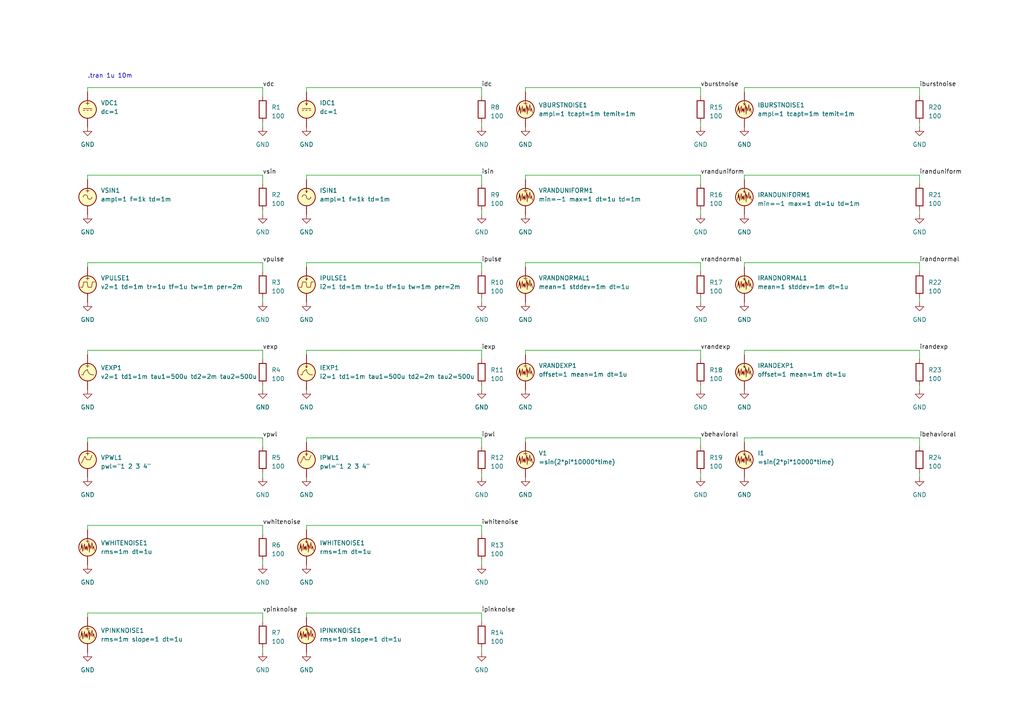
<source format=kicad_sch>
(kicad_sch (version 20220622) (generator eeschema)
  (paper "A4")
  (lib_symbols
    (symbol "Device:R" (pin_numbers hide) (pin_names (offset 0))
      (property "Reference" "R" (at 2.032 0 90))
      (property "Value" "R" (at 0 0 90))
      (symbol "R_0_1"
        (rectangle (start -1.016 -2.54) (end 1.016 2.54) (stroke (width 0.254)))
      )
      (symbol "R_1_1"
        (pin passive line (at 0 3.81 270) (length 1.27) (name "~") (number "1"))
        (pin passive line (at 0 -3.81 90) (length 1.27) (name "~") (number "2"))
      )
    )
    (symbol "Simulation_SPICE:IDC" (pin_numbers hide) (pin_names (offset 0.0254))
      (property "Reference" "I" (at 2.54 2.54 0))
      (property "Value" "IDC" (at 2.54 0 0))
      (property "Spice_Model" "dc(1)" (at 2.54 -2.54 0))
      (symbol "IDC_0_0"
        (polyline (pts (xy -1.27 0.254) (xy 1.27 0.254)))
        (polyline (pts (xy -0.762 -0.254) (xy -1.27 -0.254)))
        (polyline (pts (xy 0.254 -0.254) (xy -0.254 -0.254)))
        (polyline (pts (xy 1.27 -0.254) (xy 0.762 -0.254)))
      )
      (symbol "IDC_0_1"
        (polyline (pts (xy 0 1.27) (xy 0 2.286)))
        (polyline (pts (xy -0.254 1.778) (xy 0 1.27) (xy 0.254 1.778)))
        (circle (center 0 0) (radius 2.54) (stroke (width 0.254)) (fill (type background)))
      )
      (symbol "IDC_1_1"
        (pin passive line (at 0 5.08 270) (length 2.54) (name "~") (number "1"))
        (pin passive line (at 0 -5.08 90) (length 2.54) (name "~") (number "2"))
      )
    )
    (symbol "Simulation_SPICE:IEXP" (pin_numbers hide) (pin_names (offset 0.0254))
      (property "Reference" "I" (at 2.54 2.54 0))
      (property "Value" "IEXP" (at 2.54 0 0))
      (property "Spice_Model" "exp(0 1 2n 30n 60n 40n)" (at 2.54 -2.54 0))
      (symbol "IEXP_0_0"
        (polyline (pts (xy -1.27 -0.762) (xy -1.778 -0.762)))
        (polyline (pts (xy 1.27 -0.762) (xy 1.778 -0.762)))
        (arc (start 0 0.762) (mid -0.851 0.1794) (end -1.27 -0.762))
        (arc (start 0 0.762) (mid 0.3591 -0.2299) (end 1.27 -0.762))
      )
      (symbol "IEXP_0_1"
        (polyline (pts (xy 0 1.27) (xy 0 2.286)))
        (polyline (pts (xy -0.254 1.778) (xy 0 1.27) (xy 0.254 1.778)))
        (circle (center 0 0) (radius 2.54) (stroke (width 0.254)) (fill (type background)))
      )
      (symbol "IEXP_1_1"
        (pin passive line (at 0 5.08 270) (length 2.54) (name "~") (number "1"))
        (pin passive line (at 0 -5.08 90) (length 2.54) (name "~") (number "2"))
      )
    )
    (symbol "Simulation_SPICE:IPULSE" (pin_numbers hide) (pin_names (offset 0.0254))
      (property "Reference" "I" (at 2.54 2.54 0))
      (property "Value" "IPULSE" (at 2.54 0 0))
      (property "Spice_Model" "pulse(0 1 2n 2n 2n 50n 100n)" (at 2.54 -2.54 0))
      (symbol "IPULSE_0_0"
        (polyline (pts (xy -2.032 -0.762) (xy -1.397 -0.762) (xy -1.143 0.762) (xy -0.127 0.762) (xy 0.127 -0.762) (xy 1.143 -0.762) (xy 1.397 0.762) (xy 2.032 0.762)))
      )
      (symbol "IPULSE_0_1"
        (polyline (pts (xy 0 1.27) (xy 0 2.286)))
        (polyline (pts (xy -0.254 1.778) (xy 0 1.27) (xy 0.254 1.778)))
        (circle (center 0 0) (radius 2.54) (stroke (width 0.254)) (fill (type background)))
      )
      (symbol "IPULSE_1_1"
        (pin passive line (at 0 5.08 270) (length 2.54) (name "~") (number "1"))
        (pin passive line (at 0 -5.08 90) (length 2.54) (name "~") (number "2"))
      )
    )
    (symbol "Simulation_SPICE:IPWL" (pin_numbers hide) (pin_names (offset 0.0254))
      (property "Reference" "I" (at 2.54 2.54 0))
      (property "Value" "IPWL" (at 2.54 0 0))
      (property "Spice_Model" "pwl(0 -1 50n -1 51n 0 97n 1 171n -1 200n -1)" (at 2.54 -2.54 0))
      (symbol "IPWL_0_0"
        (polyline (pts (xy -1.778 -1.016) (xy -0.762 1.016) (xy -0.254 0) (xy 0.762 0) (xy 1.27 1.27)))
      )
      (symbol "IPWL_0_1"
        (polyline (pts (xy 0 1.27) (xy 0 2.286)))
        (polyline (pts (xy -0.254 1.778) (xy 0 1.27) (xy 0.254 1.778)))
        (circle (center 0 0) (radius 2.54) (stroke (width 0.254)) (fill (type background)))
      )
      (symbol "IPWL_1_1"
        (pin passive line (at 0 5.08 270) (length 2.54) (name "~") (number "1"))
        (pin passive line (at 0 -5.08 90) (length 2.54) (name "~") (number "2"))
      )
    )
    (symbol "Simulation_SPICE:ISIN" (pin_numbers hide) (pin_names (offset 0.0254))
      (property "Reference" "I" (at 2.54 2.54 0))
      (property "Value" "ISIN" (at 2.54 0 0))
      (property "Spice_Model" "sin(0 1 1k)" (at 2.54 -2.54 0))
      (symbol "ISIN_0_0"
        (arc (start 0 0) (mid -0.635 0.635) (end -1.27 0))
        (arc (start 0 0) (mid 0.635 -0.635) (end 1.27 0))
      )
      (symbol "ISIN_0_1"
        (polyline (pts (xy 0 1.27) (xy 0 2.286)))
        (polyline (pts (xy -0.254 1.778) (xy 0 1.27) (xy 0.254 1.778)))
        (circle (center 0 0) (radius 2.54) (stroke (width 0.254)) (fill (type background)))
      )
      (symbol "ISIN_1_1"
        (pin passive line (at 0 5.08 270) (length 2.54) (name "~") (number "1"))
        (pin passive line (at 0 -5.08 90) (length 2.54) (name "~") (number "2"))
      )
    )
    (symbol "Simulation_SPICE:ITRNOISE" (pin_numbers hide) (pin_names (offset 0.0254))
      (property "Reference" "I" (at 2.54 2.54 0))
      (property "Value" "ITRNOISE" (at 2.54 0 0))
      (property "Spice_Model" "trnoise(20n 0.5n 0 0)" (at 2.54 -2.54 0))
      (symbol "ITRNOISE_0_1"
        (polyline (pts (xy 0 1.27) (xy 0 2.286)))
        (polyline (pts (xy -0.254 1.778) (xy 0 1.27) (xy 0.254 1.778)))
        (polyline (pts (xy -2.032 -0.762) (xy -1.651 1.143) (xy -1.651 -0.254) (xy -1.524 0.508) (xy -1.397 -1.143) (xy -0.889 1.016) (xy -0.762 -0.762) (xy -0.508 0.254) (xy -0.381 -0.508) (xy -0.254 0.381) (xy -0.127 -0.889) (xy 0.381 1.397) (xy 0.508 -1.397) (xy 0.635 0.762) (xy 1.016 -0.381) (xy 1.27 1.397) (xy 1.524 -0.508) (xy 1.778 0.381) (xy 2.032 -0.889)))
        (circle (center 0 0) (radius 2.54) (stroke (width 0.254)) (fill (type background)))
      )
      (symbol "ITRNOISE_1_1"
        (pin passive line (at 0 5.08 270) (length 2.54) (name "~") (number "1"))
        (pin passive line (at 0 -5.08 90) (length 2.54) (name "~") (number "2"))
      )
    )
    (symbol "Simulation_SPICE:ITRRANDOM" (pin_numbers hide) (pin_names (offset 0.0254))
      (property "Reference" "I" (at 2.54 2.54 0))
      (property "Value" "ITRRANDOM" (at 2.54 0 0))
      (property "Spice_Model" "trrandom(2 10m 0 1)" (at 2.54 -2.54 0))
      (symbol "ITRRANDOM_0_1"
        (polyline (pts (xy 0 1.27) (xy 0 2.286)))
        (polyline (pts (xy -0.254 1.778) (xy 0 1.27) (xy 0.254 1.778)))
        (polyline (pts (xy -2.032 -0.762) (xy -1.651 1.143) (xy -1.651 -0.254) (xy -1.524 0.508) (xy -1.397 -1.143) (xy -0.889 1.016) (xy -0.762 -0.762) (xy -0.508 0.254) (xy -0.381 -0.508) (xy -0.254 0.381) (xy -0.127 -0.889) (xy 0.381 1.397) (xy 0.508 -1.397) (xy 0.635 0.762) (xy 1.016 -0.381) (xy 1.27 1.397) (xy 1.524 -0.508) (xy 1.778 0.381) (xy 2.032 -0.889)))
        (circle (center 0 0) (radius 2.54) (stroke (width 0.254)) (fill (type background)))
      )
      (symbol "ITRRANDOM_1_1"
        (pin passive line (at 0 5.08 270) (length 2.54) (name "~") (number "1"))
        (pin passive line (at 0 -5.08 90) (length 2.54) (name "~") (number "2"))
      )
    )
    (symbol "Simulation_SPICE:VDC" (pin_numbers hide) (pin_names (offset 0.0254))
      (property "Reference" "V" (at 2.54 2.54 0))
      (property "Value" "VDC" (at 2.54 0 0))
      (property "Spice_Model" "dc(1)" (at 2.54 -2.54 0))
      (symbol "VDC_0_0"
        (polyline (pts (xy -1.27 0.254) (xy 1.27 0.254)))
        (polyline (pts (xy -0.762 -0.254) (xy -1.27 -0.254)))
        (polyline (pts (xy 0.254 -0.254) (xy -0.254 -0.254)))
        (polyline (pts (xy 1.27 -0.254) (xy 0.762 -0.254)))
        (text "+" (at 0 1.905 0) (effects (font (size 1.27 1.27))))
      )
      (symbol "VDC_0_1"
        (circle (center 0 0) (radius 2.54) (stroke (width 0.254)) (fill (type background)))
      )
      (symbol "VDC_1_1"
        (pin passive line (at 0 5.08 270) (length 2.54) (name "~") (number "1"))
        (pin passive line (at 0 -5.08 90) (length 2.54) (name "~") (number "2"))
      )
    )
    (symbol "Simulation_SPICE:VEXP" (pin_numbers hide) (pin_names (offset 0.0254))
      (property "Reference" "V" (at 2.54 2.54 0))
      (property "Value" "VEXP" (at 2.54 0 0))
      (property "Spice_Model" "exp(0 1 2n 30n 60n 40n)" (at 2.54 -2.54 0))
      (symbol "VEXP_0_0"
        (polyline (pts (xy -1.27 -0.762) (xy -1.778 -0.762)))
        (polyline (pts (xy 1.27 -0.762) (xy 1.778 -0.762)))
        (arc (start 0 0.762) (mid -0.851 0.1794) (end -1.27 -0.762))
        (arc (start 0 0.762) (mid 0.3591 -0.2299) (end 1.27 -0.762))
        (text "+" (at 0 1.905 0) (effects (font (size 1.27 1.27))))
      )
      (symbol "VEXP_0_1"
        (circle (center 0 0) (radius 2.54) (stroke (width 0.254)) (fill (type background)))
      )
      (symbol "VEXP_1_1"
        (pin passive line (at 0 5.08 270) (length 2.54) (name "~") (number "1"))
        (pin passive line (at 0 -5.08 90) (length 2.54) (name "~") (number "2"))
      )
    )
    (symbol "Simulation_SPICE:VPULSE" (pin_numbers hide) (pin_names (offset 0.0254))
      (property "Reference" "V" (at 2.54 2.54 0))
      (property "Value" "VPULSE" (at 2.54 0 0))
      (property "Spice_Model" "pulse(0 1 2n 2n 2n 50n 100n)" (at 2.54 -2.54 0))
      (symbol "VPULSE_0_0"
        (polyline (pts (xy -2.032 -0.762) (xy -1.397 -0.762) (xy -1.143 0.762) (xy -0.127 0.762) (xy 0.127 -0.762) (xy 1.143 -0.762) (xy 1.397 0.762) (xy 2.032 0.762)))
        (text "+" (at 0 1.905 0) (effects (font (size 1.27 1.27))))
      )
      (symbol "VPULSE_0_1"
        (circle (center 0 0) (radius 2.54) (stroke (width 0.254)) (fill (type background)))
      )
      (symbol "VPULSE_1_1"
        (pin passive line (at 0 5.08 270) (length 2.54) (name "~") (number "1"))
        (pin passive line (at 0 -5.08 90) (length 2.54) (name "~") (number "2"))
      )
    )
    (symbol "Simulation_SPICE:VPWL" (pin_numbers hide) (pin_names (offset 0.0254))
      (property "Reference" "V" (at 2.54 2.54 0))
      (property "Value" "VPWL" (at 2.54 0 0))
      (property "Spice_Model" "pwl(0 -1 50n -1 51n 0 97n 1 171n -1 200n -1)" (at 2.54 -2.54 0))
      (symbol "VPWL_0_0"
        (polyline (pts (xy -1.778 -1.016) (xy -0.762 1.016) (xy -0.254 0) (xy 0.762 0) (xy 1.27 1.27)))
        (text "+" (at 0 1.905 0) (effects (font (size 1.27 1.27))))
      )
      (symbol "VPWL_0_1"
        (circle (center 0 0) (radius 2.54) (stroke (width 0.254)) (fill (type background)))
      )
      (symbol "VPWL_1_1"
        (pin passive line (at 0 5.08 270) (length 2.54) (name "~") (number "1"))
        (pin passive line (at 0 -5.08 90) (length 2.54) (name "~") (number "2"))
      )
    )
    (symbol "Simulation_SPICE:VSIN" (pin_numbers hide) (pin_names (offset 0.0254))
      (property "Reference" "V" (at 2.54 2.54 0))
      (property "Value" "VSIN" (at 2.54 0 0))
      (property "Spice_Model" "sin(0 1 1k)" (at 2.54 -2.54 0))
      (symbol "VSIN_0_0"
        (arc (start 0 0) (mid -0.635 0.635) (end -1.27 0))
        (arc (start 0 0) (mid 0.635 -0.635) (end 1.27 0))
        (text "+" (at 0 1.905 0) (effects (font (size 1.27 1.27))))
      )
      (symbol "VSIN_0_1"
        (circle (center 0 0) (radius 2.54) (stroke (width 0.254)) (fill (type background)))
      )
      (symbol "VSIN_1_1"
        (pin passive line (at 0 5.08 270) (length 2.54) (name "~") (number "1"))
        (pin passive line (at 0 -5.08 90) (length 2.54) (name "~") (number "2"))
      )
    )
    (symbol "Simulation_SPICE:VTRNOISE" (pin_numbers hide) (pin_names (offset 0.0254))
      (property "Reference" "V" (at 2.54 2.54 0))
      (property "Value" "VTRNOISE" (at 2.54 0 0))
      (property "Spice_Model" "trnoise(20n 0.5n 0 0)" (at 2.54 -2.54 0))
      (symbol "VTRNOISE_0_0"
        (text "+" (at 0 1.905 0) (effects (font (size 1.27 1.27))))
      )
      (symbol "VTRNOISE_0_1"
        (polyline (pts (xy -2.032 -0.762) (xy -1.651 1.143) (xy -1.651 -0.254) (xy -1.524 0.508) (xy -1.397 -1.143) (xy -0.889 1.016) (xy -0.762 -0.762) (xy -0.508 0.254) (xy -0.381 -0.508) (xy -0.254 0.381) (xy -0.127 -0.889) (xy 0.381 1.397) (xy 0.508 -1.397) (xy 0.635 0.762) (xy 1.016 -0.381) (xy 1.27 1.397) (xy 1.524 -0.508) (xy 1.778 0.381) (xy 2.032 -0.889)))
        (circle (center 0 0) (radius 2.54) (stroke (width 0.254)) (fill (type background)))
      )
      (symbol "VTRNOISE_1_1"
        (pin passive line (at 0 5.08 270) (length 2.54) (name "~") (number "1"))
        (pin passive line (at 0 -5.08 90) (length 2.54) (name "~") (number "2"))
      )
    )
    (symbol "Simulation_SPICE:VTRRANDOM" (pin_numbers hide) (pin_names (offset 0.0254))
      (property "Reference" "V" (at 2.54 2.54 0))
      (property "Value" "VTRRANDOM" (at 2.54 0 0))
      (property "Spice_Model" "trrandom(2 10m 0 1)" (at 2.54 -2.54 0))
      (symbol "VTRRANDOM_0_0"
        (text "+" (at 0 1.905 0) (effects (font (size 1.27 1.27))))
      )
      (symbol "VTRRANDOM_0_1"
        (polyline (pts (xy -2.032 -0.762) (xy -1.651 1.143) (xy -1.651 -0.254) (xy -1.524 0.508) (xy -1.397 -1.143) (xy -0.889 1.016) (xy -0.762 -0.762) (xy -0.508 0.254) (xy -0.381 -0.508) (xy -0.254 0.381) (xy -0.127 -0.889) (xy 0.381 1.397) (xy 0.508 -1.397) (xy 0.635 0.762) (xy 1.016 -0.381) (xy 1.27 1.397) (xy 1.524 -0.508) (xy 1.778 0.381) (xy 2.032 -0.889)))
        (circle (center 0 0) (radius 2.54) (stroke (width 0.254)) (fill (type background)))
      )
      (symbol "VTRRANDOM_1_1"
        (pin passive line (at 0 5.08 270) (length 2.54) (name "~") (number "1"))
        (pin passive line (at 0 -5.08 90) (length 2.54) (name "~") (number "2"))
      )
    )
    (symbol "power:GND" (power) (pin_names (offset 0))
      (property "Value" "GND" (at 0 -3.81 0))
      (symbol "GND_0_1"
        (polyline (pts (xy 0 0) (xy 0 -1.27) (xy 1.27 -1.27) (xy 0 -2.54) (xy -1.27 -1.27) (xy 0 -1.27)))
      )
      (symbol "GND_1_1"
        (pin power_in line (at 0 0 270) (length 0) hide (name "GND") (number "1"))
      )
    )
  )
  (wire (pts (xy 215.9 25.4) (xy 266.7 25.4)))
  (wire (pts (xy 76.2 127) (xy 76.2 129.54)))
  (wire (pts (xy 266.7 60.96) (xy 266.7 62.23)))
  (wire (pts (xy 266.7 50.8) (xy 266.7 53.34)))
  (wire (pts (xy 203.2 25.4) (xy 203.2 27.94)))
  (wire (pts (xy 203.2 86.36) (xy 203.2 87.63)))
  (wire (pts (xy 139.7 60.96) (xy 139.7 62.23)))
  (wire (pts (xy 76.2 111.76) (xy 76.2 113.03)))
  (wire (pts (xy 88.9 25.4) (xy 88.9 26.67)))
  (wire (pts (xy 203.2 137.16) (xy 203.2 138.43)))
  (wire (pts (xy 76.2 76.2) (xy 76.2 78.74)))
  (wire (pts (xy 139.7 162.56) (xy 139.7 163.83)))
  (wire (pts (xy 139.7 101.6) (xy 139.7 104.14)))
  (wire (pts (xy 76.2 86.36) (xy 76.2 87.63)))
  (wire (pts (xy 215.9 76.2) (xy 266.7 76.2)))
  (wire (pts (xy 88.9 50.8) (xy 139.7 50.8)))
  (wire (pts (xy 25.4 152.4) (xy 76.2 152.4)))
  (wire (pts (xy 76.2 162.56) (xy 76.2 163.83)))
  (wire (pts (xy 215.9 25.4) (xy 215.9 26.67)))
  (wire (pts (xy 76.2 101.6) (xy 76.2 104.14)))
  (wire (pts (xy 25.4 101.6) (xy 25.4 102.87)))
  (wire (pts (xy 76.2 177.8) (xy 76.2 180.34)))
  (wire (pts (xy 215.9 101.6) (xy 266.7 101.6)))
  (wire (pts (xy 139.7 25.4) (xy 139.7 27.94)))
  (wire (pts (xy 88.9 177.8) (xy 88.9 179.07)))
  (wire (pts (xy 139.7 35.56) (xy 139.7 36.83)))
  (wire (pts (xy 25.4 177.8) (xy 76.2 177.8)))
  (wire (pts (xy 76.2 50.8) (xy 76.2 53.34)))
  (wire (pts (xy 76.2 137.16) (xy 76.2 138.43)))
  (wire (pts (xy 88.9 152.4) (xy 88.9 153.67)))
  (wire (pts (xy 152.4 25.4) (xy 203.2 25.4)))
  (wire (pts (xy 152.4 25.4) (xy 152.4 26.67)))
  (wire (pts (xy 152.4 76.2) (xy 203.2 76.2)))
  (wire (pts (xy 215.9 101.6) (xy 215.9 102.87)))
  (wire (pts (xy 25.4 76.2) (xy 76.2 76.2)))
  (wire (pts (xy 203.2 50.8) (xy 203.2 53.34)))
  (wire (pts (xy 25.4 25.4) (xy 25.4 26.67)))
  (wire (pts (xy 88.9 76.2) (xy 88.9 77.47)))
  (wire (pts (xy 266.7 111.76) (xy 266.7 113.03)))
  (wire (pts (xy 152.4 101.6) (xy 203.2 101.6)))
  (wire (pts (xy 139.7 111.76) (xy 139.7 113.03)))
  (wire (pts (xy 203.2 111.76) (xy 203.2 113.03)))
  (wire (pts (xy 215.9 127) (xy 266.7 127)))
  (wire (pts (xy 88.9 50.8) (xy 88.9 52.07)))
  (wire (pts (xy 76.2 152.4) (xy 76.2 154.94)))
  (wire (pts (xy 266.7 86.36) (xy 266.7 87.63)))
  (wire (pts (xy 203.2 35.56) (xy 203.2 36.83)))
  (wire (pts (xy 152.4 101.6) (xy 152.4 102.87)))
  (wire (pts (xy 139.7 127) (xy 139.7 129.54)))
  (wire (pts (xy 139.7 177.8) (xy 139.7 180.34)))
  (wire (pts (xy 139.7 137.16) (xy 139.7 138.43)))
  (wire (pts (xy 152.4 127) (xy 203.2 127)))
  (wire (pts (xy 88.9 177.8) (xy 139.7 177.8)))
  (wire (pts (xy 25.4 127) (xy 25.4 128.27)))
  (wire (pts (xy 139.7 187.96) (xy 139.7 189.23)))
  (wire (pts (xy 266.7 35.56) (xy 266.7 36.83)))
  (wire (pts (xy 266.7 127) (xy 266.7 129.54)))
  (wire (pts (xy 152.4 50.8) (xy 203.2 50.8)))
  (wire (pts (xy 139.7 86.36) (xy 139.7 87.63)))
  (wire (pts (xy 76.2 25.4) (xy 76.2 27.94)))
  (wire (pts (xy 215.9 50.8) (xy 215.9 52.07)))
  (wire (pts (xy 203.2 76.2) (xy 203.2 78.74)))
  (wire (pts (xy 152.4 50.8) (xy 152.4 52.07)))
  (wire (pts (xy 88.9 25.4) (xy 139.7 25.4)))
  (wire (pts (xy 215.9 76.2) (xy 215.9 77.47)))
  (wire (pts (xy 88.9 127) (xy 139.7 127)))
  (wire (pts (xy 25.4 177.8) (xy 25.4 179.07)))
  (wire (pts (xy 139.7 50.8) (xy 139.7 53.34)))
  (wire (pts (xy 88.9 101.6) (xy 139.7 101.6)))
  (wire (pts (xy 266.7 137.16) (xy 266.7 138.43)))
  (wire (pts (xy 152.4 127) (xy 152.4 128.27)))
  (wire (pts (xy 25.4 101.6) (xy 76.2 101.6)))
  (wire (pts (xy 25.4 50.8) (xy 25.4 52.07)))
  (wire (pts (xy 76.2 60.96) (xy 76.2 62.23)))
  (wire (pts (xy 139.7 152.4) (xy 139.7 154.94)))
  (wire (pts (xy 152.4 76.2) (xy 152.4 77.47)))
  (wire (pts (xy 215.9 50.8) (xy 266.7 50.8)))
  (wire (pts (xy 266.7 25.4) (xy 266.7 27.94)))
  (wire (pts (xy 88.9 152.4) (xy 139.7 152.4)))
  (wire (pts (xy 76.2 187.96) (xy 76.2 189.23)))
  (wire (pts (xy 76.2 35.56) (xy 76.2 36.83)))
  (wire (pts (xy 25.4 25.4) (xy 76.2 25.4)))
  (wire (pts (xy 203.2 60.96) (xy 203.2 62.23)))
  (wire (pts (xy 88.9 101.6) (xy 88.9 102.87)))
  (wire (pts (xy 25.4 127) (xy 76.2 127)))
  (wire (pts (xy 203.2 127) (xy 203.2 129.54)))
  (wire (pts (xy 266.7 101.6) (xy 266.7 104.14)))
  (wire (pts (xy 266.7 76.2) (xy 266.7 78.74)))
  (wire (pts (xy 25.4 76.2) (xy 25.4 77.47)))
  (wire (pts (xy 88.9 76.2) (xy 139.7 76.2)))
  (wire (pts (xy 25.4 152.4) (xy 25.4 153.67)))
  (wire (pts (xy 203.2 101.6) (xy 203.2 104.14)))
  (wire (pts (xy 139.7 76.2) (xy 139.7 78.74)))
  (wire (pts (xy 88.9 127) (xy 88.9 128.27)))
  (wire (pts (xy 25.4 50.8) (xy 76.2 50.8)))
  (wire (pts (xy 215.9 127) (xy 215.9 128.27)))
  (text ".tran 1u 10m" (at 25.4 22.86 0) (effects (font (size 1.27 1.27)) (justify left bottom)))
  (label "vranduniform" (at 203.2 50.8 0))
  (label "irandnormal" (at 266.7 76.2 0))
  (label "irandexp" (at 266.7 101.6 0))
  (label "iranduniform" (at 266.7 50.8 0))
  (label "vpinknoise" (at 76.2 177.8 0))
  (label "vbehavioral" (at 203.2 127 0))
  (label "vpulse" (at 76.2 76.2 0))
  (label "iburstnoise" (at 266.7 25.4 0))
  (label "vpwl" (at 76.2 127 0))
  (label "vwhitenoise" (at 76.2 152.4 0))
  (label "ibehavioral" (at 266.7 127 0))
  (label "ipwl" (at 139.7 127 0))
  (label "idc" (at 139.7 25.4 0))
  (label "vsin" (at 76.2 50.8 0))
  (label "vdc" (at 76.2 25.4 0))
  (label "isin" (at 139.7 50.8 0))
  (label "vburstnoise" (at 203.2 25.4 0))
  (label "iwhitenoise" (at 139.7 152.4 0))
  (label "vrandexp" (at 203.2 101.6 0))
  (label "vexp" (at 76.2 101.6 0))
  (label "ipulse" (at 139.7 76.2 0))
  (label "ipinknoise" (at 139.7 177.8 0))
  (label "iexp" (at 139.7 101.6 0))
  (label "vrandnormal" (at 203.2 76.2 0))
  (symbol (lib_id "Device:R") (at 76.2 184.15 0) (unit 1)
    (default_instance (reference "R") (unit 1) (value "R") (footprint ""))
    (property "Reference" "R7" (at 78.74 183.515 0) (effects (justify left)))
    (property "Value" "100" (at 78.74 186.055 0) (effects (justify left)))
  )
  (symbol (lib_id "power:GND") (at 76.2 189.23 0) (unit 1)
    (default_instance (reference "#PWR") (unit 1) (value "GND") (footprint ""))
    (property "Reference" "#PWR014" (effects hide))
    (property "Value" "GND" (at 76.2 194.31 0))
  )
  (symbol (lib_id "Simulation_SPICE:VTRNOISE") (at 25.4 158.75 0) (unit 1)
    (default_instance (reference "V") (unit 1) (value "VTRNOISE") (footprint ""))
    (property "Reference" "VWHITENOISE1" (at 29.21 157.48 0) (effects (justify left)))
    (property "Value" "rms=1m dt=1u" (at 29.21 160.02 0) (effects (justify left)))
  )
  (symbol (lib_id "power:GND") (at 76.2 36.83 0) (unit 1)
    (default_instance (reference "#PWR") (unit 1) (value "GND") (footprint ""))
    (property "Reference" "#PWR08" (effects hide))
    (property "Value" "GND" (at 76.2 41.91 0))
  )
  (symbol (lib_id "Simulation_SPICE:VSIN") (at 25.4 57.15 0) (unit 1)
    (default_instance (reference "V") (unit 1) (value "VSIN") (footprint ""))
    (property "Reference" "VSIN1" (at 29.21 55.245 0) (effects (justify left)))
    (property "Value" "ampl=1 f=1k td=1m" (at 29.21 57.785 0) (effects (justify left)))
  )
  (symbol (lib_id "Device:R") (at 76.2 57.15 0) (unit 1)
    (default_instance (reference "R") (unit 1) (value "R") (footprint ""))
    (property "Reference" "R2" (at 78.74 56.515 0) (effects (justify left)))
    (property "Value" "100" (at 78.74 59.055 0) (effects (justify left)))
  )
  (symbol (lib_id "Device:R") (at 266.7 82.55 0) (unit 1)
    (default_instance (reference "R") (unit 1) (value "R") (footprint ""))
    (property "Reference" "R22" (at 269.24 81.915 0) (effects (justify left)))
    (property "Value" "100" (at 269.24 84.455 0) (effects (justify left)))
  )
  (symbol (lib_id "power:GND") (at 139.7 113.03 0) (unit 1)
    (default_instance (reference "#PWR") (unit 1) (value "GND") (footprint ""))
    (property "Reference" "#PWR025" (effects hide))
    (property "Value" "GND" (at 139.7 118.11 0))
  )
  (symbol (lib_id "Device:R") (at 139.7 57.15 0) (unit 1)
    (default_instance (reference "R") (unit 1) (value "R") (footprint ""))
    (property "Reference" "R9" (at 142.24 56.515 0) (effects (justify left)))
    (property "Value" "100" (at 142.24 59.055 0) (effects (justify left)))
  )
  (symbol (lib_id "power:GND") (at 139.7 62.23 0) (unit 1)
    (default_instance (reference "#PWR") (unit 1) (value "GND") (footprint ""))
    (property "Reference" "#PWR023" (effects hide))
    (property "Value" "GND" (at 139.7 67.31 0))
  )
  (symbol (lib_id "Device:R") (at 76.2 107.95 0) (unit 1)
    (default_instance (reference "R") (unit 1) (value "R") (footprint ""))
    (property "Reference" "R4" (at 78.74 107.315 0) (effects (justify left)))
    (property "Value" "100" (at 78.74 109.855 0) (effects (justify left)))
  )
  (symbol (lib_id "power:GND") (at 266.7 113.03 0) (unit 1)
    (default_instance (reference "#PWR") (unit 1) (value "GND") (footprint ""))
    (property "Reference" "#PWR047" (effects hide))
    (property "Value" "GND" (at 266.7 118.11 0))
  )
  (symbol (lib_id "power:GND") (at 25.4 163.83 0) (unit 1)
    (default_instance (reference "#PWR") (unit 1) (value "GND") (footprint ""))
    (property "Reference" "#PWR06" (effects hide))
    (property "Value" "GND" (at 25.4 168.91 0))
  )
  (symbol (lib_id "power:GND") (at 215.9 87.63 0) (unit 1)
    (default_instance (reference "#PWR") (unit 1) (value "GND") (footprint ""))
    (property "Reference" "#PWR041" (effects hide))
    (property "Value" "GND" (at 215.9 92.71 0))
  )
  (symbol (lib_id "Device:R") (at 139.7 184.15 0) (unit 1)
    (default_instance (reference "R") (unit 1) (value "R") (footprint ""))
    (property "Reference" "R14" (at 142.24 183.515 0) (effects (justify left)))
    (property "Value" "100" (at 142.24 186.055 0) (effects (justify left)))
  )
  (symbol (lib_id "Device:R") (at 139.7 82.55 0) (unit 1)
    (default_instance (reference "R") (unit 1) (value "R") (footprint ""))
    (property "Reference" "R10" (at 142.24 81.915 0) (effects (justify left)))
    (property "Value" "100" (at 142.24 84.455 0) (effects (justify left)))
  )
  (symbol (lib_id "power:GND") (at 76.2 62.23 0) (unit 1)
    (default_instance (reference "#PWR") (unit 1) (value "GND") (footprint ""))
    (property "Reference" "#PWR09" (effects hide))
    (property "Value" "GND" (at 76.2 67.31 0))
  )
  (symbol (lib_id "Simulation_SPICE:ITRNOISE") (at 88.9 184.15 0) (unit 1)
    (default_instance (reference "I") (unit 1) (value "ITRNOISE") (footprint ""))
    (property "Reference" "IPINKNOISE1" (at 92.71 182.88 0) (effects (justify left)))
    (property "Value" "rms=1m slope=1 dt=1u" (at 92.71 185.42 0) (effects (justify left)))
  )
  (symbol (lib_id "Device:R") (at 203.2 82.55 0) (unit 1)
    (default_instance (reference "R") (unit 1) (value "R") (footprint ""))
    (property "Reference" "R17" (at 205.74 81.915 0) (effects (justify left)))
    (property "Value" "100" (at 205.74 84.455 0) (effects (justify left)))
  )
  (symbol (lib_id "Simulation_SPICE:ITRNOISE") (at 215.9 31.75 0) (unit 1)
    (default_instance (reference "I") (unit 1) (value "ITRNOISE") (footprint ""))
    (property "Reference" "IBURSTNOISE1" (at 219.71 30.48 0) (effects (justify left)))
    (property "Value" "ampl=1 tcapt=1m temit=1m" (at 219.71 33.02 0) (effects (justify left)))
  )
  (symbol (lib_id "power:GND") (at 152.4 138.43 0) (unit 1)
    (default_instance (reference "#PWR") (unit 1) (value "GND") (footprint ""))
    (property "Reference" "#PWR033" (effects hide))
    (property "Value" "GND" (at 152.4 143.51 0))
  )
  (symbol (lib_id "Simulation_SPICE:ISIN") (at 88.9 57.15 0) (unit 1)
    (default_instance (reference "I") (unit 1) (value "ISIN") (footprint ""))
    (property "Reference" "ISIN1" (at 92.71 55.245 0) (effects (justify left)))
    (property "Value" "ampl=1 f=1k td=1m" (at 92.71 57.785 0) (effects (justify left)))
  )
  (symbol (lib_id "Simulation_SPICE:VDC") (at 25.4 31.75 0) (unit 1)
    (default_instance (reference "V") (unit 1) (value "VDC") (footprint ""))
    (property "Reference" "VDC1" (at 29.21 29.845 0) (effects (justify left)))
    (property "Value" "dc=1" (at 29.21 32.385 0) (effects (justify left)))
  )
  (symbol (lib_id "power:GND") (at 139.7 87.63 0) (unit 1)
    (default_instance (reference "#PWR") (unit 1) (value "GND") (footprint ""))
    (property "Reference" "#PWR024" (effects hide))
    (property "Value" "GND" (at 139.7 92.71 0))
  )
  (symbol (lib_id "power:GND") (at 215.9 62.23 0) (unit 1)
    (default_instance (reference "#PWR") (unit 1) (value "GND") (footprint ""))
    (property "Reference" "#PWR040" (effects hide))
    (property "Value" "GND" (at 215.9 67.31 0))
  )
  (symbol (lib_id "Device:R") (at 266.7 107.95 0) (unit 1)
    (default_instance (reference "R") (unit 1) (value "R") (footprint ""))
    (property "Reference" "R23" (at 269.24 107.315 0) (effects (justify left)))
    (property "Value" "100" (at 269.24 109.855 0) (effects (justify left)))
  )
  (symbol (lib_id "power:GND") (at 266.7 36.83 0) (unit 1)
    (default_instance (reference "#PWR") (unit 1) (value "GND") (footprint ""))
    (property "Reference" "#PWR044" (effects hide))
    (property "Value" "GND" (at 266.7 41.91 0))
  )
  (symbol (lib_id "Simulation_SPICE:ITRRANDOM") (at 215.9 82.55 0) (unit 1)
    (default_instance (reference "I") (unit 1) (value "ITRRANDOM") (footprint ""))
    (property "Reference" "IRANDNORMAL1" (at 219.71 80.645 0) (effects (justify left)))
    (property "Value" "mean=1 stddev=1m dt=1u" (at 219.71 83.185 0) (effects (justify left)))
  )
  (symbol (lib_id "Simulation_SPICE:VTRNOISE") (at 152.4 31.75 0) (unit 1)
    (default_instance (reference "V") (unit 1) (value "VTRNOISE") (footprint ""))
    (property "Reference" "VBURSTNOISE1" (at 156.21 30.48 0) (effects (justify left)))
    (property "Value" "ampl=1 tcapt=1m temit=1m" (at 156.21 33.02 0) (effects (justify left)))
  )
  (symbol (lib_id "Simulation_SPICE:IPULSE") (at 88.9 82.55 0) (unit 1)
    (default_instance (reference "I") (unit 1) (value "IPULSE") (footprint ""))
    (property "Reference" "IPULSE1" (at 92.71 80.645 0) (effects (justify left)))
    (property "Value" "i2=1 td=1m tr=1u tf=1u tw=1m per=2m" (at 92.71 83.185 0) (effects (justify left)))
  )
  (symbol (lib_id "power:GND") (at 203.2 113.03 0) (unit 1)
    (default_instance (reference "#PWR") (unit 1) (value "GND") (footprint ""))
    (property "Reference" "#PWR037" (effects hide))
    (property "Value" "GND" (at 203.2 118.11 0))
  )
  (symbol (lib_id "Simulation_SPICE:ITRNOISE") (at 88.9 158.75 0) (unit 1)
    (default_instance (reference "I") (unit 1) (value "ITRNOISE") (footprint ""))
    (property "Reference" "IWHITENOISE1" (at 92.71 157.48 0) (effects (justify left)))
    (property "Value" "rms=1m dt=1u" (at 92.71 160.02 0) (effects (justify left)))
  )
  (symbol (lib_id "Device:R") (at 76.2 82.55 0) (unit 1)
    (default_instance (reference "R") (unit 1) (value "R") (footprint ""))
    (property "Reference" "R3" (at 78.74 81.915 0) (effects (justify left)))
    (property "Value" "100" (at 78.74 84.455 0) (effects (justify left)))
  )
  (symbol (lib_id "Simulation_SPICE:IEXP") (at 88.9 107.95 0) (unit 1)
    (default_instance (reference "I") (unit 1) (value "IEXP") (footprint ""))
    (property "Reference" "IEXP1" (at 92.71 106.68 0) (effects (justify left)))
    (property "Value" "i2=1 td1=1m tau1=500u td2=2m tau2=500u" (at 92.71 109.22 0) (effects (justify left)))
  )
  (symbol (lib_id "Device:R") (at 139.7 31.75 0) (unit 1)
    (default_instance (reference "R") (unit 1) (value "R") (footprint ""))
    (property "Reference" "R8" (at 142.24 31.115 0) (effects (justify left)))
    (property "Value" "100" (at 142.24 33.655 0) (effects (justify left)))
  )
  (symbol (lib_id "power:GND") (at 203.2 62.23 0) (unit 1)
    (default_instance (reference "#PWR") (unit 1) (value "GND") (footprint ""))
    (property "Reference" "#PWR035" (effects hide))
    (property "Value" "GND" (at 203.2 67.31 0))
  )
  (symbol (lib_id "Device:R") (at 203.2 107.95 0) (unit 1)
    (default_instance (reference "R") (unit 1) (value "R") (footprint ""))
    (property "Reference" "R18" (at 205.74 107.315 0) (effects (justify left)))
    (property "Value" "100" (at 205.74 109.855 0) (effects (justify left)))
  )
  (symbol (lib_id "power:GND") (at 215.9 113.03 0) (unit 1)
    (default_instance (reference "#PWR") (unit 1) (value "GND") (footprint ""))
    (property "Reference" "#PWR042" (effects hide))
    (property "Value" "GND" (at 215.9 118.11 0))
  )
  (symbol (lib_id "power:GND") (at 152.4 62.23 0) (unit 1)
    (default_instance (reference "#PWR") (unit 1) (value "GND") (footprint ""))
    (property "Reference" "#PWR030" (effects hide))
    (property "Value" "GND" (at 152.4 67.31 0))
  )
  (symbol (lib_id "Simulation_SPICE:VTRRANDOM") (at 152.4 82.55 0) (unit 1)
    (default_instance (reference "V") (unit 1) (value "VTRRANDOM") (footprint ""))
    (property "Reference" "VRANDNORMAL1" (at 156.21 80.645 0) (effects (justify left)))
    (property "Value" "mean=1 stddev=1m dt=1u" (at 156.21 83.185 0) (effects (justify left)))
  )
  (symbol (lib_id "Simulation_SPICE:ITRRANDOM") (at 215.9 57.15 0) (unit 1)
    (default_instance (reference "I") (unit 1) (value "ITRRANDOM") (footprint ""))
    (property "Reference" "IRANDUNIFORM1" (at 219.71 56.515 0) (effects (justify left)))
    (property "Value" "min=-1 max=1 dt=1u td=1m" (at 219.71 59.055 0) (effects (justify left)))
  )
  (symbol (lib_id "power:GND") (at 266.7 87.63 0) (unit 1)
    (default_instance (reference "#PWR") (unit 1) (value "GND") (footprint ""))
    (property "Reference" "#PWR046" (effects hide))
    (property "Value" "GND" (at 266.7 92.71 0))
  )
  (symbol (lib_id "Device:R") (at 203.2 31.75 0) (unit 1)
    (default_instance (reference "R") (unit 1) (value "R") (footprint ""))
    (property "Reference" "R15" (at 205.74 31.115 0) (effects (justify left)))
    (property "Value" "100" (at 205.74 33.655 0) (effects (justify left)))
  )
  (symbol (lib_id "power:GND") (at 76.2 138.43 0) (unit 1)
    (default_instance (reference "#PWR") (unit 1) (value "GND") (footprint ""))
    (property "Reference" "#PWR012" (effects hide))
    (property "Value" "GND" (at 76.2 143.51 0))
  )
  (symbol (lib_id "power:GND") (at 88.9 87.63 0) (unit 1)
    (default_instance (reference "#PWR") (unit 1) (value "GND") (footprint ""))
    (property "Reference" "#PWR017" (effects hide))
    (property "Value" "GND" (at 88.9 92.71 0))
  )
  (symbol (lib_id "power:GND") (at 25.4 36.83 0) (unit 1)
    (default_instance (reference "#PWR") (unit 1) (value "GND") (footprint ""))
    (property "Reference" "#PWR01" (effects hide))
    (property "Value" "GND" (at 25.4 41.91 0))
  )
  (symbol (lib_id "power:GND") (at 152.4 87.63 0) (unit 1)
    (default_instance (reference "#PWR") (unit 1) (value "GND") (footprint ""))
    (property "Reference" "#PWR031" (effects hide))
    (property "Value" "GND" (at 152.4 92.71 0))
  )
  (symbol (lib_id "Device:R") (at 266.7 133.35 0) (unit 1)
    (default_instance (reference "R") (unit 1) (value "R") (footprint ""))
    (property "Reference" "R24" (at 269.24 132.715 0) (effects (justify left)))
    (property "Value" "100" (at 269.24 135.255 0) (effects (justify left)))
  )
  (symbol (lib_id "power:GND") (at 152.4 36.83 0) (unit 1)
    (default_instance (reference "#PWR") (unit 1) (value "GND") (footprint ""))
    (property "Reference" "#PWR029" (effects hide))
    (property "Value" "GND" (at 152.4 41.91 0))
  )
  (symbol (lib_id "power:GND") (at 203.2 138.43 0) (unit 1)
    (default_instance (reference "#PWR") (unit 1) (value "GND") (footprint ""))
    (property "Reference" "#PWR038" (effects hide))
    (property "Value" "GND" (at 203.2 143.51 0))
  )
  (symbol (lib_id "Device:R") (at 266.7 31.75 0) (unit 1)
    (default_instance (reference "R") (unit 1) (value "R") (footprint ""))
    (property "Reference" "R20" (at 269.24 31.115 0) (effects (justify left)))
    (property "Value" "100" (at 269.24 33.655 0) (effects (justify left)))
  )
  (symbol (lib_id "Simulation_SPICE:ITRRANDOM") (at 215.9 133.35 0) (unit 1)
    (default_instance (reference "I") (unit 1) (value "ITRRANDOM") (footprint ""))
    (property "Reference" "I1" (at 219.71 131.445 0) (effects (justify left)))
    (property "Value" "=sin(2*pi*10000*time)" (at 219.71 133.985 0) (effects (justify left)))
  )
  (symbol (lib_id "power:GND") (at 88.9 189.23 0) (unit 1)
    (default_instance (reference "#PWR") (unit 1) (value "GND") (footprint ""))
    (property "Reference" "#PWR021" (effects hide))
    (property "Value" "GND" (at 88.9 194.31 0))
  )
  (symbol (lib_id "power:GND") (at 25.4 113.03 0) (unit 1)
    (default_instance (reference "#PWR") (unit 1) (value "GND") (footprint ""))
    (property "Reference" "#PWR04" (effects hide))
    (property "Value" "GND" (at 25.4 118.11 0))
  )
  (symbol (lib_id "Simulation_SPICE:VTRRANDOM") (at 152.4 107.95 0) (unit 1)
    (default_instance (reference "V") (unit 1) (value "VTRRANDOM") (footprint ""))
    (property "Reference" "VRANDEXP1" (at 156.21 106.045 0) (effects (justify left)))
    (property "Value" "offset=1 mean=1m dt=1u" (at 156.21 108.585 0) (effects (justify left)))
  )
  (symbol (lib_id "power:GND") (at 88.9 36.83 0) (unit 1)
    (default_instance (reference "#PWR") (unit 1) (value "GND") (footprint ""))
    (property "Reference" "#PWR015" (effects hide))
    (property "Value" "GND" (at 88.9 41.91 0))
  )
  (symbol (lib_id "power:GND") (at 266.7 138.43 0) (unit 1)
    (default_instance (reference "#PWR") (unit 1) (value "GND") (footprint ""))
    (property "Reference" "#PWR048" (effects hide))
    (property "Value" "GND" (at 266.7 143.51 0))
  )
  (symbol (lib_id "Device:R") (at 266.7 57.15 0) (unit 1)
    (default_instance (reference "R") (unit 1) (value "R") (footprint ""))
    (property "Reference" "R21" (at 269.24 56.515 0) (effects (justify left)))
    (property "Value" "100" (at 269.24 59.055 0) (effects (justify left)))
  )
  (symbol (lib_id "Simulation_SPICE:VTRRANDOM") (at 152.4 133.35 0) (unit 1)
    (default_instance (reference "V") (unit 1) (value "VTRRANDOM") (footprint ""))
    (property "Reference" "V1" (at 156.21 131.445 0) (effects (justify left)))
    (property "Value" "=sin(2*pi*10000*time)" (at 156.21 133.985 0) (effects (justify left)))
  )
  (symbol (lib_id "power:GND") (at 76.2 163.83 0) (unit 1)
    (default_instance (reference "#PWR") (unit 1) (value "GND") (footprint ""))
    (property "Reference" "#PWR013" (effects hide))
    (property "Value" "GND" (at 76.2 168.91 0))
  )
  (symbol (lib_id "power:GND") (at 266.7 62.23 0) (unit 1)
    (default_instance (reference "#PWR") (unit 1) (value "GND") (footprint ""))
    (property "Reference" "#PWR045" (effects hide))
    (property "Value" "GND" (at 266.7 67.31 0))
  )
  (symbol (lib_id "power:GND") (at 76.2 87.63 0) (unit 1)
    (default_instance (reference "#PWR") (unit 1) (value "GND") (footprint ""))
    (property "Reference" "#PWR010" (effects hide))
    (property "Value" "GND" (at 76.2 92.71 0))
  )
  (symbol (lib_id "power:GND") (at 76.2 113.03 0) (unit 1)
    (default_instance (reference "#PWR") (unit 1) (value "GND") (footprint ""))
    (property "Reference" "#PWR011" (effects hide))
    (property "Value" "GND" (at 76.2 118.11 0))
  )
  (symbol (lib_id "power:GND") (at 88.9 113.03 0) (unit 1)
    (default_instance (reference "#PWR") (unit 1) (value "GND") (footprint ""))
    (property "Reference" "#PWR018" (effects hide))
    (property "Value" "GND" (at 88.9 118.11 0))
  )
  (symbol (lib_id "Device:R") (at 203.2 57.15 0) (unit 1)
    (default_instance (reference "R") (unit 1) (value "R") (footprint ""))
    (property "Reference" "R16" (at 205.74 56.515 0) (effects (justify left)))
    (property "Value" "100" (at 205.74 59.055 0) (effects (justify left)))
  )
  (symbol (lib_id "Simulation_SPICE:IPWL") (at 88.9 133.35 0) (unit 1)
    (default_instance (reference "I") (unit 1) (value "IPWL") (footprint ""))
    (property "Reference" "IPWL1" (at 92.71 132.715 0) (effects (justify left)))
    (property "Value" "pwl=\"1 2 3 4\"" (at 92.71 135.255 0) (effects (justify left)))
  )
  (symbol (lib_id "power:GND") (at 215.9 138.43 0) (unit 1)
    (default_instance (reference "#PWR") (unit 1) (value "GND") (footprint ""))
    (property "Reference" "#PWR043" (effects hide))
    (property "Value" "GND" (at 215.9 143.51 0))
  )
  (symbol (lib_id "Device:R") (at 139.7 133.35 0) (unit 1)
    (default_instance (reference "R") (unit 1) (value "R") (footprint ""))
    (property "Reference" "R12" (at 142.24 132.715 0) (effects (justify left)))
    (property "Value" "100" (at 142.24 135.255 0) (effects (justify left)))
  )
  (symbol (lib_id "Simulation_SPICE:VTRRANDOM") (at 152.4 57.15 0) (unit 1)
    (default_instance (reference "V") (unit 1) (value "VTRRANDOM") (footprint ""))
    (property "Reference" "VRANDUNIFORM1" (at 156.21 55.245 0) (effects (justify left)))
    (property "Value" "min=-1 max=1 dt=1u td=1m" (at 156.21 57.785 0) (effects (justify left)))
  )
  (symbol (lib_id "Simulation_SPICE:VEXP") (at 25.4 107.95 0) (unit 1)
    (default_instance (reference "V") (unit 1) (value "VEXP") (footprint ""))
    (property "Reference" "VEXP1" (at 29.21 106.68 0) (effects (justify left)))
    (property "Value" "v2=1 td1=1m tau1=500u td2=2m tau2=500u" (at 29.21 109.22 0) (effects (justify left)))
  )
  (symbol (lib_id "Simulation_SPICE:ITRRANDOM") (at 215.9 107.95 0) (unit 1)
    (default_instance (reference "I") (unit 1) (value "ITRRANDOM") (footprint ""))
    (property "Reference" "IRANDEXP1" (at 219.71 106.045 0) (effects (justify left)))
    (property "Value" "offset=1 mean=1m dt=1u" (at 219.71 108.585 0) (effects (justify left)))
  )
  (symbol (lib_id "Device:R") (at 76.2 31.75 0) (unit 1)
    (default_instance (reference "R") (unit 1) (value "R") (footprint ""))
    (property "Reference" "R1" (at 78.74 31.115 0) (effects (justify left)))
    (property "Value" "100" (at 78.74 33.655 0) (effects (justify left)))
  )
  (symbol (lib_id "Simulation_SPICE:VPULSE") (at 25.4 82.55 0) (unit 1)
    (default_instance (reference "V") (unit 1) (value "VPULSE") (footprint ""))
    (property "Reference" "VPULSE1" (at 29.21 80.645 0) (effects (justify left)))
    (property "Value" "v2=1 td=1m tr=1u tf=1u tw=1m per=2m" (at 29.21 83.185 0) (effects (justify left)))
  )
  (symbol (lib_id "power:GND") (at 139.7 36.83 0) (unit 1)
    (default_instance (reference "#PWR") (unit 1) (value "GND") (footprint ""))
    (property "Reference" "#PWR022" (effects hide))
    (property "Value" "GND" (at 139.7 41.91 0))
  )
  (symbol (lib_id "power:GND") (at 139.7 189.23 0) (unit 1)
    (default_instance (reference "#PWR") (unit 1) (value "GND") (footprint ""))
    (property "Reference" "#PWR028" (effects hide))
    (property "Value" "GND" (at 139.7 194.31 0))
  )
  (symbol (lib_id "Simulation_SPICE:IDC") (at 88.9 31.75 0) (unit 1)
    (default_instance (reference "I") (unit 1) (value "IDC") (footprint ""))
    (property "Reference" "IDC1" (at 92.71 29.845 0) (effects (justify left)))
    (property "Value" "dc=1" (at 92.71 32.385 0) (effects (justify left)))
  )
  (symbol (lib_id "Simulation_SPICE:VTRNOISE") (at 25.4 184.15 0) (unit 1)
    (default_instance (reference "V") (unit 1) (value "VTRNOISE") (footprint ""))
    (property "Reference" "VPINKNOISE1" (at 29.21 182.88 0) (effects (justify left)))
    (property "Value" "rms=1m slope=1 dt=1u" (at 29.21 185.42 0) (effects (justify left)))
  )
  (symbol (lib_id "Device:R") (at 203.2 133.35 0) (unit 1)
    (default_instance (reference "R") (unit 1) (value "R") (footprint ""))
    (property "Reference" "R19" (at 205.74 132.715 0) (effects (justify left)))
    (property "Value" "100" (at 205.74 135.255 0) (effects (justify left)))
  )
  (symbol (lib_id "power:GND") (at 139.7 163.83 0) (unit 1)
    (default_instance (reference "#PWR") (unit 1) (value "GND") (footprint ""))
    (property "Reference" "#PWR027" (effects hide))
    (property "Value" "GND" (at 139.7 168.91 0))
  )
  (symbol (lib_id "power:GND") (at 152.4 113.03 0) (unit 1)
    (default_instance (reference "#PWR") (unit 1) (value "GND") (footprint ""))
    (property "Reference" "#PWR032" (effects hide))
    (property "Value" "GND" (at 152.4 118.11 0))
  )
  (symbol (lib_id "power:GND") (at 203.2 36.83 0) (unit 1)
    (default_instance (reference "#PWR") (unit 1) (value "GND") (footprint ""))
    (property "Reference" "#PWR034" (effects hide))
    (property "Value" "GND" (at 203.2 41.91 0))
  )
  (symbol (lib_id "Device:R") (at 139.7 158.75 0) (unit 1)
    (default_instance (reference "R") (unit 1) (value "R") (footprint ""))
    (property "Reference" "R13" (at 142.24 158.115 0) (effects (justify left)))
    (property "Value" "100" (at 142.24 160.655 0) (effects (justify left)))
  )
  (symbol (lib_id "power:GND") (at 88.9 62.23 0) (unit 1)
    (default_instance (reference "#PWR") (unit 1) (value "GND") (footprint ""))
    (property "Reference" "#PWR016" (effects hide))
    (property "Value" "GND" (at 88.9 67.31 0))
  )
  (symbol (lib_id "power:GND") (at 88.9 163.83 0) (unit 1)
    (default_instance (reference "#PWR") (unit 1) (value "GND") (footprint ""))
    (property "Reference" "#PWR020" (effects hide))
    (property "Value" "GND" (at 88.9 168.91 0))
  )
  (symbol (lib_id "power:GND") (at 25.4 189.23 0) (unit 1)
    (default_instance (reference "#PWR") (unit 1) (value "GND") (footprint ""))
    (property "Reference" "#PWR07" (effects hide))
    (property "Value" "GND" (at 25.4 194.31 0))
  )
  (symbol (lib_id "power:GND") (at 215.9 36.83 0) (unit 1)
    (default_instance (reference "#PWR") (unit 1) (value "GND") (footprint ""))
    (property "Reference" "#PWR039" (effects hide))
    (property "Value" "GND" (at 215.9 41.91 0))
  )
  (symbol (lib_id "power:GND") (at 25.4 87.63 0) (unit 1)
    (default_instance (reference "#PWR") (unit 1) (value "GND") (footprint ""))
    (property "Reference" "#PWR03" (effects hide))
    (property "Value" "GND" (at 25.4 92.71 0))
  )
  (symbol (lib_id "power:GND") (at 88.9 138.43 0) (unit 1)
    (default_instance (reference "#PWR") (unit 1) (value "GND") (footprint ""))
    (property "Reference" "#PWR019" (effects hide))
    (property "Value" "GND" (at 88.9 143.51 0))
  )
  (symbol (lib_id "Simulation_SPICE:VPWL") (at 25.4 133.35 0) (unit 1)
    (default_instance (reference "V") (unit 1) (value "VPWL") (footprint ""))
    (property "Reference" "VPWL1" (at 29.21 132.715 0) (effects (justify left)))
    (property "Value" "pwl=\"1 2 3 4\"" (at 29.21 135.255 0) (effects (justify left)))
  )
  (symbol (lib_id "power:GND") (at 25.4 138.43 0) (unit 1)
    (default_instance (reference "#PWR") (unit 1) (value "GND") (footprint ""))
    (property "Reference" "#PWR05" (effects hide))
    (property "Value" "GND" (at 25.4 143.51 0))
  )
  (symbol (lib_id "power:GND") (at 203.2 87.63 0) (unit 1)
    (default_instance (reference "#PWR") (unit 1) (value "GND") (footprint ""))
    (property "Reference" "#PWR036" (effects hide))
    (property "Value" "GND" (at 203.2 92.71 0))
  )
  (symbol (lib_id "Device:R") (at 76.2 133.35 0) (unit 1)
    (default_instance (reference "R") (unit 1) (value "R") (footprint ""))
    (property "Reference" "R5" (at 78.74 132.715 0) (effects (justify left)))
    (property "Value" "100" (at 78.74 135.255 0) (effects (justify left)))
  )
  (symbol (lib_id "power:GND") (at 139.7 138.43 0) (unit 1)
    (default_instance (reference "#PWR") (unit 1) (value "GND") (footprint ""))
    (property "Reference" "#PWR026" (effects hide))
    (property "Value" "GND" (at 139.7 143.51 0))
  )
  (symbol (lib_id "power:GND") (at 25.4 62.23 0) (unit 1)
    (default_instance (reference "#PWR") (unit 1) (value "GND") (footprint ""))
    (property "Reference" "#PWR02" (effects hide))
    (property "Value" "GND" (at 25.4 67.31 0))
  )
  (symbol (lib_id "Device:R") (at 76.2 158.75 0) (unit 1)
    (default_instance (reference "R") (unit 1) (value "R") (footprint ""))
    (property "Reference" "R6" (at 78.74 158.115 0) (effects (justify left)))
    (property "Value" "100" (at 78.74 160.655 0) (effects (justify left)))
  )
  (symbol (lib_id "Device:R") (at 139.7 107.95 0) (unit 1)
    (default_instance (reference "R") (unit 1) (value "R") (footprint ""))
    (property "Reference" "R11" (at 142.24 107.315 0) (effects (justify left)))
    (property "Value" "100" (at 142.24 109.855 0) (effects (justify left)))
  )
)
</source>
